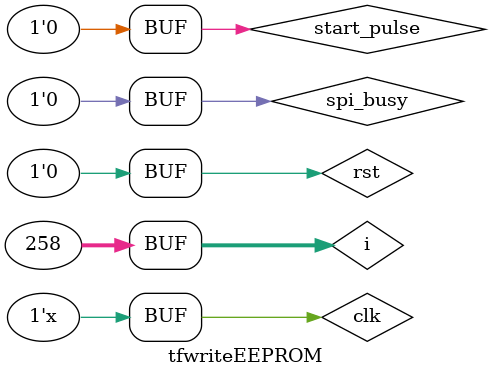
<source format=v>
`timescale 1ns / 1ns

module tfwriteEEPROM;

	// Inputs
	reg clk;
	reg rst;
	reg start_pulse;
	reg spi_busy;

	// Outputs
	wire load_data;
	wire nCS;
	wire [7:0] dataout;
	integer i;

	// Instantiate the Unit Under Test (UUT)
	write_eeprom uut (
		.clk(clk), 
		.rst(rst), 
		.start_pulse(start_pulse), 
		.spi_busy(spi_busy), 
		.load_data(load_data), 
		.nCS(nCS), 
		.dataout(dataout)
	);

	initial begin
		// Initialize Inputs
		clk = 0;
		rst = 0;
		start_pulse = 0;
		spi_busy = 0;

		// Wait 100 ns for global reset to finish
		#100 rst=1;
		#100 rst=0;
		
	
		
		
		for (i=1;i<258;i=i+1)
		
		begin
		#100 start_pulse=1;
		#100 start_pulse=0;
		
		#10_00 spi_busy=1;
		#100 spi_busy=0;
		
	   end
		
        
		// Add stimulus here

	end

 
always 
#10 clk = ~clk; 
      
endmodule


</source>
